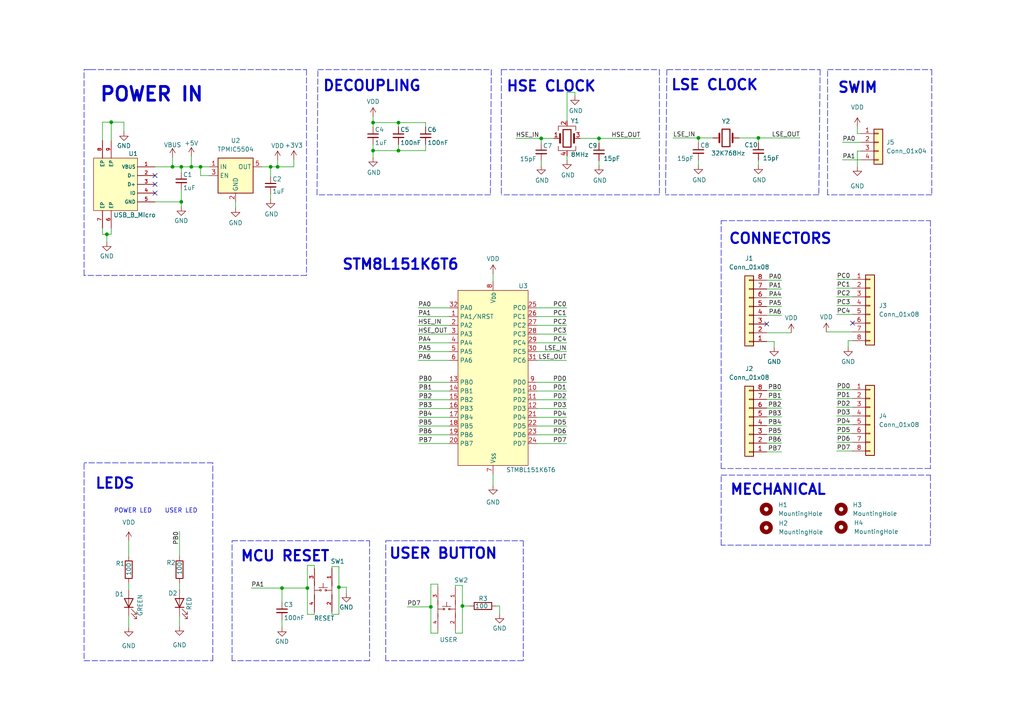
<source format=kicad_sch>
(kicad_sch (version 20211123) (generator eeschema)
  (paper "A4")
  (lib_symbols
    (symbol "Connector:MICRO_7_2JB"
      (property "Reference" "U1" (at 6.477 10.16 0))
      (property "Value" "USB_B_Micro" (at 11.684 -7.62 0))
      (symbol "MICRO_7_2JB_0_1"
        (rectangle (start -6.35 -6.35) (end 6.35 8.89) (fill (type background)))
        (pin power_out line (at 11.43 6.35 180) (length 5.08) (name "VBUS") (number "1"))
        (pin bidirectional line (at 11.43 3.81 180) (length 5.08) (name "D-") (number "2"))
        (pin bidirectional line (at 11.43 1.27 180) (length 5.08) (name "D+") (number "3"))
        (pin unspecified line (at 11.43 -1.27 180) (length 5.08) (name "ID") (number "4"))
        (pin unspecified line (at 11.43 -3.81 180) (length 5.08) (name "GND") (number "5"))
        (pin unspecified line (at -1.27 -11.43 90) (length 5.08) (name "EP") (number "6"))
        (pin unspecified line (at -3.81 -11.43 90) (length 5.08) (name "EP") (number "7"))
        (pin unspecified line (at -3.81 13.97 270) (length 5.08) (name "EP") (number "8"))
        (pin unspecified line (at -1.27 13.97 270) (length 5.08) (name "EP") (number "9"))
      )
    )
    (symbol "Connector_Generic:Conn_01x04" (pin_names (offset 1.016) hide)
      (property "Reference" "J" (at 0 5.08 0))
      (property "Value" "Conn_01x04" (at 0 -7.62 0))
      (symbol "Conn_01x04_1_1"
        (rectangle (start -1.27 -4.953) (end 0 -5.207) (stroke (width 0.1524)))
        (rectangle (start -1.27 -2.413) (end 0 -2.667) (stroke (width 0.1524)))
        (rectangle (start -1.27 0.127) (end 0 -0.127) (stroke (width 0.1524)))
        (rectangle (start -1.27 2.667) (end 0 2.413) (stroke (width 0.1524)))
        (rectangle (start -1.27 3.81) (end 1.27 -6.35) (stroke (width 0.254)) (fill (type background)))
        (pin passive line (at -5.08 2.54 0) (length 3.81) (name "Pin_1") (number "1"))
        (pin passive line (at -5.08 0 0) (length 3.81) (name "Pin_2") (number "2"))
        (pin passive line (at -5.08 -2.54 0) (length 3.81) (name "Pin_3") (number "3"))
        (pin passive line (at -5.08 -5.08 0) (length 3.81) (name "Pin_4") (number "4"))
      )
    )
    (symbol "Connector_Generic:Conn_01x08" (pin_names (offset 1.016) hide)
      (property "Reference" "J" (at 0 10.16 0))
      (property "Value" "Conn_01x08" (at 0 -12.7 0))
      (symbol "Conn_01x08_1_1"
        (rectangle (start -1.27 -10.033) (end 0 -10.287) (stroke (width 0.1524)))
        (rectangle (start -1.27 -7.493) (end 0 -7.747) (stroke (width 0.1524)))
        (rectangle (start -1.27 -4.953) (end 0 -5.207) (stroke (width 0.1524)))
        (rectangle (start -1.27 -2.413) (end 0 -2.667) (stroke (width 0.1524)))
        (rectangle (start -1.27 0.127) (end 0 -0.127) (stroke (width 0.1524)))
        (rectangle (start -1.27 2.667) (end 0 2.413) (stroke (width 0.1524)))
        (rectangle (start -1.27 5.207) (end 0 4.953) (stroke (width 0.1524)))
        (rectangle (start -1.27 7.747) (end 0 7.493) (stroke (width 0.1524)))
        (rectangle (start -1.27 8.89) (end 1.27 -11.43) (stroke (width 0.254)) (fill (type background)))
        (pin passive line (at -5.08 7.62 0) (length 3.81) (name "Pin_1") (number "1"))
        (pin passive line (at -5.08 5.08 0) (length 3.81) (name "Pin_2") (number "2"))
        (pin passive line (at -5.08 2.54 0) (length 3.81) (name "Pin_3") (number "3"))
        (pin passive line (at -5.08 0 0) (length 3.81) (name "Pin_4") (number "4"))
        (pin passive line (at -5.08 -2.54 0) (length 3.81) (name "Pin_5") (number "5"))
        (pin passive line (at -5.08 -5.08 0) (length 3.81) (name "Pin_6") (number "6"))
        (pin passive line (at -5.08 -7.62 0) (length 3.81) (name "Pin_7") (number "7"))
        (pin passive line (at -5.08 -10.16 0) (length 3.81) (name "Pin_8") (number "8"))
      )
    )
    (symbol "Device:C_Small" (pin_numbers hide) (pin_names (offset 0.254) hide)
      (property "Reference" "C" (at 0.254 1.778 0))
      (property "Value" "C_Small" (at 0.254 -2.032 0))
      (symbol "C_Small_0_1"
        (polyline (pts (xy -1.524 -0.508) (xy 1.524 -0.508)) (stroke (width 0.3302)))
        (polyline (pts (xy -1.524 0.508) (xy 1.524 0.508)) (stroke (width 0.3048)))
      )
      (symbol "C_Small_1_1"
        (pin passive line (at 0 2.54 270) (length 2.032) (name "~") (number "1"))
        (pin passive line (at 0 -2.54 90) (length 2.032) (name "~") (number "2"))
      )
    )
    (symbol "Device:Crystal" (pin_numbers hide) (pin_names (offset 1.016) hide)
      (property "Reference" "Y" (at 0 3.81 0))
      (property "Value" "Crystal" (at 0 -3.81 0))
      (symbol "Crystal_0_1"
        (rectangle (start -1.143 2.54) (end 1.143 -2.54) (stroke (width 0.3048)))
        (polyline (pts (xy -2.54 0) (xy -1.905 0)))
        (polyline (pts (xy -1.905 -1.27) (xy -1.905 1.27)) (stroke (width 0.508)))
        (polyline (pts (xy 1.905 -1.27) (xy 1.905 1.27)) (stroke (width 0.508)))
        (polyline (pts (xy 2.54 0) (xy 1.905 0)))
      )
      (symbol "Crystal_1_1"
        (pin passive line (at -3.81 0 0) (length 1.27) (name "1") (number "1"))
        (pin passive line (at 3.81 0 180) (length 1.27) (name "2") (number "2"))
      )
    )
    (symbol "Device:Crystal_GND24" (pin_names (offset 1.016) hide)
      (property "Reference" "Y" (at 3.175 5.08 0))
      (property "Value" "Crystal_GND24" (at 3.175 3.175 0))
      (symbol "Crystal_GND24_0_1"
        (rectangle (start -1.143 2.54) (end 1.143 -2.54) (stroke (width 0.3048)))
        (polyline (pts (xy -2.54 0) (xy -2.032 0)))
        (polyline (pts (xy -2.032 -1.27) (xy -2.032 1.27)) (stroke (width 0.508)))
        (polyline (pts (xy 0 -3.81) (xy 0 -3.556)))
        (polyline (pts (xy 0 3.556) (xy 0 3.81)))
        (polyline (pts (xy 2.032 -1.27) (xy 2.032 1.27)) (stroke (width 0.508)))
        (polyline (pts (xy 2.032 0) (xy 2.54 0)))
        (polyline (pts (xy -2.54 -2.286) (xy -2.54 -3.556) (xy 2.54 -3.556) (xy 2.54 -2.286)))
        (polyline (pts (xy -2.54 2.286) (xy -2.54 3.556) (xy 2.54 3.556) (xy 2.54 2.286)))
      )
      (symbol "Crystal_GND24_1_1"
        (pin passive line (at -3.81 0 0) (length 1.27) (name "1") (number "1"))
        (pin passive line (at 0 5.08 270) (length 1.27) (name "2") (number "2"))
        (pin passive line (at 3.81 0 180) (length 1.27) (name "3") (number "3"))
        (pin passive line (at 0 -5.08 90) (length 1.27) (name "4") (number "4"))
      )
    )
    (symbol "Device:LED" (pin_numbers hide) (pin_names (offset 1.016) hide)
      (property "Reference" "D" (at 0 2.54 0))
      (property "Value" "LED" (at 0 -2.54 0))
      (symbol "LED_0_1"
        (polyline (pts (xy -1.27 -1.27) (xy -1.27 1.27)) (stroke (width 0.254)))
        (polyline (pts (xy -1.27 0) (xy 1.27 0)))
        (polyline (pts (xy 1.27 -1.27) (xy 1.27 1.27) (xy -1.27 0) (xy 1.27 -1.27)) (stroke (width 0.254)))
        (polyline (pts (xy -3.048 -0.762) (xy -4.572 -2.286) (xy -3.81 -2.286) (xy -4.572 -2.286) (xy -4.572 -1.524)))
        (polyline (pts (xy -1.778 -0.762) (xy -3.302 -2.286) (xy -2.54 -2.286) (xy -3.302 -2.286) (xy -3.302 -1.524)))
      )
      (symbol "LED_1_1"
        (pin passive line (at -3.81 0 0) (length 2.54) (name "K") (number "1"))
        (pin passive line (at 3.81 0 180) (length 2.54) (name "A") (number "2"))
      )
    )
    (symbol "Device:R" (pin_numbers hide) (pin_names (offset 0))
      (property "Reference" "R" (at 2.032 0 90))
      (property "Value" "R" (at 0 0 90))
      (symbol "R_0_1"
        (rectangle (start -1.016 -2.54) (end 1.016 2.54) (stroke (width 0.254)))
      )
      (symbol "R_1_1"
        (pin passive line (at 0 3.81 270) (length 1.27) (name "~") (number "1"))
        (pin passive line (at 0 -3.81 90) (length 1.27) (name "~") (number "2"))
      )
    )
    (symbol "MCU_ST_STM8:STM8L151K6T6"
      (property "Reference" "U?" (at 2.0194 30.48 0))
      (property "Value" "STM8L151K6T6" (at 2.0194 27.94 0))
      (symbol "STM8L151K6T6_0_1"
        (rectangle (start -10.16 25.4) (end 10.16 -25.4) (fill (type background)))
      )
      (symbol "STM8L151K6T6_1_1"
        (pin bidirectional line (at -12.7 17.78 0) (length 2.54) (name "PA1/NRST") (number "1"))
        (pin bidirectional line (at 12.7 -3.81 180) (length 2.54) (name "PD1") (number "10"))
        (pin bidirectional line (at 12.7 -6.35 180) (length 2.54) (name "PD2") (number "11"))
        (pin bidirectional line (at 12.7 -8.89 180) (length 2.54) (name "PD3") (number "12"))
        (pin bidirectional line (at -12.7 -1.27 0) (length 2.54) (name "PB0") (number "13"))
        (pin bidirectional line (at -12.7 -3.81 0) (length 2.54) (name "PB1") (number "14"))
        (pin bidirectional line (at -12.7 -6.35 0) (length 2.54) (name "PB2") (number "15"))
        (pin bidirectional line (at -12.7 -8.89 0) (length 2.54) (name "PB3") (number "16"))
        (pin bidirectional line (at -12.7 -11.43 0) (length 2.54) (name "PB4") (number "17"))
        (pin bidirectional line (at -12.7 -13.97 0) (length 2.54) (name "PB5") (number "18"))
        (pin bidirectional line (at -12.7 -16.51 0) (length 2.54) (name "PB6") (number "19"))
        (pin bidirectional line (at -12.7 15.24 0) (length 2.54) (name "PA2") (number "2"))
        (pin bidirectional line (at -12.7 -19.05 0) (length 2.54) (name "PB7") (number "20"))
        (pin bidirectional line (at 12.7 -11.43 180) (length 2.54) (name "PD4") (number "21"))
        (pin bidirectional line (at 12.7 -13.97 180) (length 2.54) (name "PD5") (number "22"))
        (pin bidirectional line (at 12.7 -16.51 180) (length 2.54) (name "PD6") (number "23"))
        (pin bidirectional line (at 12.7 -19.05 180) (length 2.54) (name "PD7") (number "24"))
        (pin bidirectional line (at 12.7 20.32 180) (length 2.54) (name "PC0") (number "25"))
        (pin bidirectional line (at 12.7 17.78 180) (length 2.54) (name "PC1") (number "26"))
        (pin bidirectional line (at 12.7 15.24 180) (length 2.54) (name "PC2") (number "27"))
        (pin bidirectional line (at 12.7 12.7 180) (length 2.54) (name "PC3") (number "28"))
        (pin bidirectional line (at 12.7 10.16 180) (length 2.54) (name "PC4") (number "29"))
        (pin bidirectional line (at -12.7 12.7 0) (length 2.54) (name "PA3") (number "3"))
        (pin bidirectional line (at 12.7 7.62 180) (length 2.54) (name "PC5") (number "30"))
        (pin bidirectional line (at 12.7 5.08 180) (length 2.54) (name "PC6") (number "31"))
        (pin bidirectional line (at -12.7 20.32 0) (length 2.54) (name "PA0") (number "32"))
        (pin bidirectional line (at -12.7 10.16 0) (length 2.54) (name "PA4") (number "4"))
        (pin bidirectional line (at -12.7 7.62 0) (length 2.54) (name "PA5") (number "5"))
        (pin bidirectional line (at -12.7 5.08 0) (length 2.54) (name "PA6") (number "6"))
        (pin input line (at 0 -27.94 90) (length 2.54) (name "V_{SS}") (number "7"))
        (pin input line (at 0 27.94 270) (length 2.54) (name "V_{DD}") (number "8"))
        (pin bidirectional line (at 12.7 -1.27 180) (length 2.54) (name "PD0") (number "9"))
      )
    )
    (symbol "Mechanical:MountingHole" (pin_names (offset 1.016))
      (property "Reference" "H" (at 0 5.08 0))
      (property "Value" "MountingHole" (at 0 3.175 0))
      (symbol "MountingHole_0_1"
        (circle (center 0 0) (radius 1.27) (stroke (width 1.27)))
      )
    )
    (symbol "Regulator_Linear:TPMIC5504"
      (property "Reference" "U2" (at 0 10.16 0))
      (property "Value" "TPMIC5504" (at 0 7.62 0))
      (symbol "TPMIC5504_0_1"
        (rectangle (start -5.08 -5.08) (end 5.08 5.08) (stroke (width 0.254)) (fill (type background)))
        (pin power_in line (at -7.62 2.54 0) (length 2.54) (name "IN") (number "1"))
        (pin input line (at 0 -7.62 90) (length 2.54) (name "GND") (number "2"))
        (pin input line (at -7.62 0 0) (length 2.54) (name "EN") (number "3"))
        (pin power_out line (at 7.62 2.54 180) (length 2.54) (name "OUT") (number "5"))
      )
      (symbol "TPMIC5504_1_1"
        (pin passive line (at 0 -7.62 90) (length 2.54) hide (name "GND") (number "4"))
      )
    )
    (symbol "Switch:SKRPABE010" (pin_names hide)
      (property "Reference" "SW" (at 0 3.81 0))
      (property "Value" "SKRPABE010" (at 0 -3.81 0))
      (symbol "SKRPABE010_0_1"
        (circle (center 0 -0.762) (radius 0.254) (fill (type background)))
        (polyline (pts (xy -2.54 -2.54) (xy 2.54 -2.54)))
        (polyline (pts (xy -2.54 2.54) (xy 2.54 2.54)))
        (polyline (pts (xy -0.762 -1.27) (xy -0.762 1.27)))
        (polyline (pts (xy -0.762 0) (xy -2.032 0)))
        (polyline (pts (xy 0 -2.54) (xy 0 -0.762)))
        (polyline (pts (xy 0 1.524) (xy 0 0.762)))
        (polyline (pts (xy 0 2.54) (xy 0 1.524)))
        (circle (center 0 0.762) (radius 0.254) (fill (type background)))
        (pin unspecified line (at -6.35 2.54 0) (length 5.08) (name "1") (number "1"))
        (pin unspecified line (at 6.35 2.54 180) (length 5.08) (name "2") (number "2"))
        (pin unspecified line (at -6.35 -2.54 0) (length 5.08) (name "3") (number "3"))
        (pin unspecified line (at 6.35 -2.54 180) (length 5.08) (name "4") (number "4"))
      )
    )
    (symbol "power:+3V3" (power) (pin_names (offset 0))
      (property "Value" "+3V3" (at 0 3.556 0))
      (symbol "+3V3_0_1"
        (polyline (pts (xy -0.762 1.27) (xy 0 2.54)))
        (polyline (pts (xy 0 0) (xy 0 2.54)))
        (polyline (pts (xy 0 2.54) (xy 0.762 1.27)))
      )
      (symbol "+3V3_1_1"
        (pin power_in line (at 0 0 90) (length 0) hide (name "+3V3") (number "1"))
      )
    )
    (symbol "power:+5V" (power) (pin_names (offset 0))
      (property "Value" "+5V" (at 0 3.556 0))
      (symbol "+5V_0_1"
        (polyline (pts (xy -0.762 1.27) (xy 0 2.54)))
        (polyline (pts (xy 0 0) (xy 0 2.54)))
        (polyline (pts (xy 0 2.54) (xy 0.762 1.27)))
      )
      (symbol "+5V_1_1"
        (pin power_in line (at 0 0 90) (length 0) hide (name "+5V") (number "1"))
      )
    )
    (symbol "power:GND" (power) (pin_names (offset 0))
      (property "Value" "GND" (at 0 -3.81 0))
      (symbol "GND_0_1"
        (polyline (pts (xy 0 0) (xy 0 -1.27) (xy 1.27 -1.27) (xy 0 -2.54) (xy -1.27 -1.27) (xy 0 -1.27)))
      )
      (symbol "GND_1_1"
        (pin power_in line (at 0 0 270) (length 0) hide (name "GND") (number "1"))
      )
    )
    (symbol "power:VBUS" (power) (pin_names (offset 0))
      (property "Value" "VBUS" (at 0 3.81 0))
      (symbol "VBUS_0_1"
        (polyline (pts (xy -0.762 1.27) (xy 0 2.54)))
        (polyline (pts (xy 0 0) (xy 0 2.54)))
        (polyline (pts (xy 0 2.54) (xy 0.762 1.27)))
      )
      (symbol "VBUS_1_1"
        (pin power_in line (at 0 0 90) (length 0) hide (name "VBUS") (number "1"))
      )
    )
    (symbol "power:VDD" (power) (pin_names (offset 0))
      (property "Value" "VDD" (at 0 3.81 0))
      (symbol "VDD_0_1"
        (polyline (pts (xy -0.762 1.27) (xy 0 2.54)))
        (polyline (pts (xy 0 0) (xy 0 2.54)))
        (polyline (pts (xy 0 2.54) (xy 0.762 1.27)))
      )
      (symbol "VDD_1_1"
        (pin power_in line (at 0 0 90) (length 0) hide (name "VDD") (number "1"))
      )
    )
  )
  (junction (at 134.112 175.768))
  (junction (at 115.57 43.688))
  (junction (at 81.788 170.561))
  (junction (at 173.736 40.132))
  (junction (at 108.204 35.56))
  (junction (at 89.154 170.561))
  (junction (at 156.972 40.132))
  (junction (at 108.204 43.688))
  (junction (at 78.486 48.387))
  (junction (at 202.565 40.005))
  (junction (at 55.499 48.387))
  (junction (at 115.57 35.56))
  (junction (at 98.298 170.307))
  (junction (at 50.038 48.387))
  (junction (at 219.964 40.005))
  (junction (at 52.578 58.547))
  (junction (at 124.968 176.022))
  (junction (at 32.258 35.433))
  (junction (at 58.166 48.387))
  (junction (at 52.578 48.387))
  (junction (at 30.988 67.945))
  (junction (at 80.518 48.387))
  (no_connect (at 222.377 93.98))
  (no_connect (at 247.269 93.726))
  (no_connect (at 44.958 56.007))
  (no_connect (at 44.958 53.467))
  (no_connect (at 44.958 50.927))
  (wire (pts (xy 155.702 101.981) (xy 164.338 101.981)))
  (wire (pts (xy 127 170.307) (xy 127 169.418)))
  (polyline (pts (xy 151.765 156.845) (xy 151.765 191.643)))
  (polyline (pts (xy 237.49 56.515) (xy 193.04 56.515)))
  (wire (pts (xy 121.285 101.981) (xy 130.302 101.981)))
  (wire (pts (xy 32.258 66.167) (xy 32.258 67.945)))
  (polyline (pts (xy 111.887 191.643) (xy 111.887 156.845)))
  (polyline (pts (xy 237.871 20.193) (xy 237.49 56.515)))
  (wire (pts (xy 155.702 128.651) (xy 164.338 128.651)))
  (polyline (pts (xy 209.169 64.008) (xy 269.875 64.008)))
  (wire (pts (xy 80.518 48.387) (xy 78.486 48.387)))
  (wire (pts (xy 85.217 48.387) (xy 80.518 48.387)))
  (wire (pts (xy 222.377 96.52) (xy 229.489 96.52)))
  (wire (pts (xy 98.298 164.338) (xy 98.298 170.307)))
  (wire (pts (xy 30.988 67.945) (xy 30.988 70.231)))
  (polyline (pts (xy 111.887 156.845) (xy 151.765 156.845)))
  (wire (pts (xy 132.08 169.799) (xy 134.112 169.799)))
  (wire (pts (xy 89.154 178.181) (xy 91.186 178.181)))
  (wire (pts (xy 96.266 178.181) (xy 98.298 178.181)))
  (wire (pts (xy 242.697 115.57) (xy 247.269 115.57)))
  (wire (pts (xy 155.702 123.571) (xy 164.338 123.571)))
  (polyline (pts (xy 209.169 158.115) (xy 209.169 137.795)))
  (wire (pts (xy 32.258 40.767) (xy 32.258 35.433)))
  (wire (pts (xy 52.578 54.991) (xy 52.578 58.547)))
  (wire (pts (xy 156.972 41.529) (xy 156.972 40.132)))
  (wire (pts (xy 242.697 130.81) (xy 247.269 130.81)))
  (wire (pts (xy 89.154 163.957) (xy 89.154 170.561)))
  (wire (pts (xy 224.536 99.06) (xy 224.536 100.711)))
  (wire (pts (xy 155.702 89.281) (xy 164.338 89.281)))
  (wire (pts (xy 143.002 137.541) (xy 143.002 140.843)))
  (wire (pts (xy 219.964 40.005) (xy 232.029 40.005)))
  (wire (pts (xy 222.377 123.444) (xy 226.695 123.444)))
  (polyline (pts (xy 240.03 56.515) (xy 240.03 20.193)))
  (wire (pts (xy 108.204 43.688) (xy 115.57 43.688)))
  (wire (pts (xy 242.697 118.11) (xy 247.269 118.11)))
  (wire (pts (xy 121.412 126.111) (xy 130.302 126.111)))
  (wire (pts (xy 222.377 81.28) (xy 226.695 81.28)))
  (wire (pts (xy 58.166 48.387) (xy 60.706 48.387)))
  (wire (pts (xy 245.999 98.806) (xy 247.269 98.806)))
  (wire (pts (xy 155.702 94.361) (xy 164.338 94.361)))
  (wire (pts (xy 173.736 41.529) (xy 173.736 40.132)))
  (wire (pts (xy 156.972 40.132) (xy 160.655 40.132)))
  (wire (pts (xy 244.348 41.275) (xy 249.682 41.275)))
  (wire (pts (xy 44.958 48.387) (xy 50.038 48.387)))
  (wire (pts (xy 108.204 36.83) (xy 108.204 35.56)))
  (wire (pts (xy 155.702 121.031) (xy 164.338 121.031)))
  (wire (pts (xy 96.266 177.546) (xy 96.266 178.181)))
  (wire (pts (xy 108.204 43.688) (xy 108.204 45.72)))
  (wire (pts (xy 100.457 170.307) (xy 98.298 170.307)))
  (wire (pts (xy 121.412 121.031) (xy 130.302 121.031)))
  (wire (pts (xy 144.907 175.768) (xy 144.907 178.181)))
  (wire (pts (xy 134.112 169.799) (xy 134.112 175.768)))
  (wire (pts (xy 222.377 88.9) (xy 226.695 88.9)))
  (polyline (pts (xy 107.188 191.643) (xy 67.31 191.643)))
  (wire (pts (xy 50.038 48.387) (xy 52.578 48.387)))
  (polyline (pts (xy 142.494 20.193) (xy 142.24 56.515)))
  (wire (pts (xy 164.465 35.052) (xy 164.465 26.797)))
  (wire (pts (xy 164.465 26.797) (xy 166.751 26.797)))
  (wire (pts (xy 32.258 67.945) (xy 30.988 67.945)))
  (polyline (pts (xy 240.03 20.193) (xy 270.256 20.193)))
  (wire (pts (xy 164.465 45.212) (xy 164.465 46.482)))
  (wire (pts (xy 52.07 169.037) (xy 52.07 171.069)))
  (wire (pts (xy 68.326 58.547) (xy 68.326 60.325)))
  (wire (pts (xy 136.271 175.768) (xy 134.112 175.768)))
  (polyline (pts (xy 209.169 135.89) (xy 209.169 64.008)))
  (wire (pts (xy 124.968 176.022) (xy 124.968 183.642)))
  (wire (pts (xy 239.649 96.266) (xy 247.269 96.266)))
  (wire (pts (xy 127 183.007) (xy 127 183.642)))
  (wire (pts (xy 100.457 170.307) (xy 100.457 172.085)))
  (wire (pts (xy 155.702 96.901) (xy 164.338 96.901)))
  (wire (pts (xy 75.946 48.387) (xy 78.486 48.387)))
  (wire (pts (xy 219.964 46.482) (xy 219.964 47.879)))
  (wire (pts (xy 202.565 40.005) (xy 206.756 40.005)))
  (wire (pts (xy 245.999 100.711) (xy 245.999 98.806)))
  (wire (pts (xy 242.697 86.106) (xy 247.269 86.106)))
  (wire (pts (xy 29.718 35.433) (xy 32.258 35.433)))
  (wire (pts (xy 166.751 26.797) (xy 166.751 27.813)))
  (wire (pts (xy 242.697 88.646) (xy 247.269 88.646)))
  (polyline (pts (xy 67.31 156.845) (xy 107.188 156.845)))
  (wire (pts (xy 121.285 99.441) (xy 130.302 99.441)))
  (wire (pts (xy 155.702 110.871) (xy 164.338 110.871)))
  (wire (pts (xy 156.972 46.609) (xy 156.972 48.006)))
  (wire (pts (xy 81.788 179.705) (xy 81.788 181.991)))
  (wire (pts (xy 29.718 40.767) (xy 29.718 35.433)))
  (wire (pts (xy 52.07 154.051) (xy 52.07 161.417)))
  (wire (pts (xy 44.958 58.547) (xy 52.578 58.547)))
  (wire (pts (xy 121.412 128.651) (xy 130.302 128.651)))
  (wire (pts (xy 248.666 38.735) (xy 248.666 36.703)))
  (polyline (pts (xy 193.548 20.193) (xy 237.871 20.193)))
  (wire (pts (xy 248.666 43.815) (xy 248.666 48.387)))
  (wire (pts (xy 121.412 110.871) (xy 130.302 110.871)))
  (polyline (pts (xy 269.875 137.795) (xy 269.875 158.115)))
  (wire (pts (xy 143.002 79.375) (xy 143.002 81.661)))
  (wire (pts (xy 123.444 43.688) (xy 115.57 43.688)))
  (polyline (pts (xy 91.948 56.515) (xy 92.202 20.193)))
  (wire (pts (xy 80.518 46.355) (xy 80.518 48.387)))
  (wire (pts (xy 134.112 175.768) (xy 134.112 183.642)))
  (wire (pts (xy 143.891 175.768) (xy 144.907 175.768)))
  (wire (pts (xy 222.377 113.284) (xy 226.695 113.284)))
  (wire (pts (xy 132.08 183.642) (xy 134.112 183.642)))
  (polyline (pts (xy 142.24 56.515) (xy 91.948 56.515)))
  (wire (pts (xy 222.377 83.82) (xy 226.695 83.82)))
  (polyline (pts (xy 92.202 20.193) (xy 142.494 20.193)))
  (wire (pts (xy 222.377 118.364) (xy 226.695 118.364)))
  (wire (pts (xy 121.285 94.361) (xy 130.302 94.361)))
  (polyline (pts (xy 269.875 158.115) (xy 209.169 158.115)))
  (wire (pts (xy 242.697 113.03) (xy 247.269 113.03)))
  (wire (pts (xy 242.697 125.73) (xy 247.269 125.73)))
  (wire (pts (xy 72.898 170.561) (xy 81.788 170.561)))
  (wire (pts (xy 55.499 48.387) (xy 58.166 48.387)))
  (wire (pts (xy 155.702 91.821) (xy 164.338 91.821)))
  (wire (pts (xy 121.412 123.571) (xy 130.302 123.571)))
  (wire (pts (xy 242.697 128.27) (xy 247.269 128.27)))
  (wire (pts (xy 132.08 170.307) (xy 132.08 169.799)))
  (polyline (pts (xy 24.384 20.193) (xy 26.162 20.193)))
  (polyline (pts (xy 26.162 20.193) (xy 88.9 20.193)))
  (wire (pts (xy 149.606 40.132) (xy 156.972 40.132)))
  (wire (pts (xy 155.702 113.411) (xy 164.338 113.411)))
  (wire (pts (xy 91.186 163.957) (xy 89.154 163.957)))
  (wire (pts (xy 202.565 46.482) (xy 202.565 47.879)))
  (wire (pts (xy 123.444 41.91) (xy 123.444 43.688)))
  (polyline (pts (xy 191.262 56.515) (xy 145.415 56.515)))
  (polyline (pts (xy 24.384 134.493) (xy 24.384 191.643)))
  (wire (pts (xy 52.578 58.547) (xy 52.578 59.944)))
  (wire (pts (xy 121.285 96.901) (xy 130.302 96.901)))
  (wire (pts (xy 89.154 170.561) (xy 89.154 178.181)))
  (wire (pts (xy 202.565 41.402) (xy 202.565 40.005)))
  (wire (pts (xy 37.338 156.845) (xy 37.338 161.417)))
  (wire (pts (xy 32.258 35.433) (xy 35.941 35.433)))
  (wire (pts (xy 78.486 56.261) (xy 78.486 57.785)))
  (wire (pts (xy 222.377 120.904) (xy 226.695 120.904)))
  (wire (pts (xy 123.444 36.83) (xy 123.444 35.56)))
  (wire (pts (xy 108.204 33.782) (xy 108.204 35.56)))
  (wire (pts (xy 81.788 170.561) (xy 81.788 174.625)))
  (wire (pts (xy 249.682 38.735) (xy 248.666 38.735)))
  (wire (pts (xy 96.266 164.846) (xy 96.266 164.338)))
  (polyline (pts (xy 88.9 20.193) (xy 88.9 79.883)))
  (wire (pts (xy 91.186 164.846) (xy 91.186 163.957)))
  (wire (pts (xy 222.377 115.824) (xy 226.695 115.824)))
  (wire (pts (xy 121.412 115.951) (xy 130.302 115.951)))
  (wire (pts (xy 249.682 43.815) (xy 248.666 43.815)))
  (polyline (pts (xy 270.256 20.193) (xy 270.256 56.515)))
  (wire (pts (xy 115.57 35.56) (xy 115.57 36.83)))
  (wire (pts (xy 132.08 183.007) (xy 132.08 183.642)))
  (wire (pts (xy 242.697 91.186) (xy 247.269 91.186)))
  (wire (pts (xy 52.578 48.387) (xy 55.499 48.387)))
  (wire (pts (xy 222.377 125.984) (xy 226.695 125.984)))
  (wire (pts (xy 121.412 118.491) (xy 130.302 118.491)))
  (wire (pts (xy 50.038 45.593) (xy 50.038 48.387)))
  (wire (pts (xy 173.736 46.609) (xy 173.736 48.006)))
  (wire (pts (xy 78.486 48.387) (xy 78.486 51.181)))
  (wire (pts (xy 121.412 113.411) (xy 130.302 113.411)))
  (wire (pts (xy 123.444 35.56) (xy 115.57 35.56)))
  (wire (pts (xy 37.338 178.689) (xy 37.338 181.991)))
  (wire (pts (xy 195.199 40.005) (xy 202.565 40.005)))
  (polyline (pts (xy 145.415 20.193) (xy 145.415 56.515)))
  (wire (pts (xy 108.204 41.91) (xy 108.204 43.688)))
  (wire (pts (xy 91.186 177.546) (xy 91.186 178.181)))
  (wire (pts (xy 222.377 91.44) (xy 226.695 91.44)))
  (wire (pts (xy 55.499 45.339) (xy 55.499 48.387)))
  (polyline (pts (xy 88.9 79.883) (xy 24.384 79.883)))
  (polyline (pts (xy 61.722 134.239) (xy 24.384 134.239)))
  (wire (pts (xy 108.204 35.56) (xy 115.57 35.56)))
  (wire (pts (xy 242.697 123.19) (xy 247.269 123.19)))
  (wire (pts (xy 115.57 41.91) (xy 115.57 43.688)))
  (wire (pts (xy 81.788 170.561) (xy 89.154 170.561)))
  (polyline (pts (xy 24.384 79.883) (xy 24.384 20.193)))
  (wire (pts (xy 222.377 131.064) (xy 226.695 131.064)))
  (wire (pts (xy 219.964 40.005) (xy 219.964 41.402)))
  (wire (pts (xy 98.298 170.307) (xy 98.298 178.181)))
  (wire (pts (xy 222.377 128.524) (xy 226.695 128.524)))
  (polyline (pts (xy 107.188 156.845) (xy 107.188 191.643)))
  (wire (pts (xy 29.718 67.945) (xy 30.988 67.945)))
  (polyline (pts (xy 151.765 191.643) (xy 111.887 191.643)))
  (polyline (pts (xy 67.31 191.643) (xy 67.31 156.845)))
  (wire (pts (xy 155.702 99.441) (xy 164.338 99.441)))
  (wire (pts (xy 52.07 178.689) (xy 52.07 181.737)))
  (wire (pts (xy 173.736 40.132) (xy 168.275 40.132)))
  (wire (pts (xy 242.697 120.65) (xy 247.269 120.65)))
  (wire (pts (xy 244.348 46.355) (xy 249.682 46.355)))
  (wire (pts (xy 214.376 40.005) (xy 219.964 40.005)))
  (wire (pts (xy 52.578 49.911) (xy 52.578 48.387)))
  (wire (pts (xy 155.702 115.951) (xy 164.338 115.951)))
  (wire (pts (xy 222.377 99.06) (xy 224.536 99.06)))
  (wire (pts (xy 222.377 86.36) (xy 226.695 86.36)))
  (wire (pts (xy 58.166 50.927) (xy 58.166 48.387)))
  (polyline (pts (xy 191.262 20.193) (xy 191.262 56.515)))
  (wire (pts (xy 124.968 169.418) (xy 124.968 176.022)))
  (polyline (pts (xy 193.421 20.193) (xy 193.04 56.515)))
  (wire (pts (xy 85.217 46.228) (xy 85.217 48.387)))
  (wire (pts (xy 173.736 40.132) (xy 185.801 40.132)))
  (polyline (pts (xy 61.722 191.643) (xy 61.722 134.239)))
  (wire (pts (xy 155.702 118.491) (xy 164.338 118.491)))
  (polyline (pts (xy 145.415 20.193) (xy 191.262 20.193)))
  (wire (pts (xy 155.702 104.521) (xy 164.338 104.521)))
  (polyline (pts (xy 269.875 135.89) (xy 209.169 135.89)))
  (wire (pts (xy 29.718 66.167) (xy 29.718 67.945)))
  (wire (pts (xy 155.702 126.111) (xy 164.338 126.111)))
  (wire (pts (xy 60.706 50.927) (xy 58.166 50.927)))
  (wire (pts (xy 35.941 35.433) (xy 35.941 38.227)))
  (polyline (pts (xy 209.169 137.795) (xy 269.875 137.795)))
  (wire (pts (xy 121.285 91.821) (xy 130.302 91.821)))
  (wire (pts (xy 121.285 89.281) (xy 130.302 89.281)))
  (polyline (pts (xy 24.384 191.643) (xy 61.722 191.643)))
  (wire (pts (xy 118.11 176.022) (xy 124.968 176.022)))
  (wire (pts (xy 127 169.418) (xy 124.968 169.418)))
  (wire (pts (xy 37.338 169.037) (xy 37.338 171.069)))
  (polyline (pts (xy 269.875 64.008) (xy 269.875 135.89)))
  (wire (pts (xy 242.697 83.566) (xy 247.269 83.566)))
  (wire (pts (xy 96.266 164.338) (xy 98.298 164.338)))
  (polyline (pts (xy 270.256 56.515) (xy 240.03 56.515)))
  (wire (pts (xy 121.285 104.521) (xy 130.302 104.521)))
  (wire (pts (xy 124.968 183.642) (xy 127 183.642)))
  (wire (pts (xy 242.697 81.026) (xy 247.269 81.026)))
  (text "POWER LED" (at 33.02 148.971 0) (effects (font (size 1.27 1.27)) (justify left bottom)))
  (text "LSE CLOCK" (at 194.437 26.543 0) (effects (font (size 3 3) bold) (justify left bottom)))
  (text "STM8L151K6T6" (at 99.06 78.613 0) (effects (font (size 3 3) bold) (justify left bottom)))
  (text "SWIM" (at 242.824 27.305 0) (effects (font (size 3 3) bold) (justify left bottom)))
  (text "HSE CLOCK\n" (at 146.685 26.924 0) (effects (font (size 3 3) bold) (justify left bottom)))
  (text "CONNECTORS" (at 211.201 71.12 0) (effects (font (size 3 3) bold) (justify left bottom)))
  (text "MCU RESET" (at 69.596 163.195 0) (effects (font (size 3 3) bold) (justify left bottom)))
  (text "USER BUTTON" (at 112.649 162.433 0) (effects (font (size 3 3) bold) (justify left bottom)))
  (text "POWER IN" (at 28.702 29.845 0) (effects (font (size 4 4) (thickness 0.8) bold) (justify left bottom)))
  (text "USER LED" (at 47.752 148.971 0) (effects (font (size 1.27 1.27)) (justify left bottom)))
  (text "LEDS\n\n" (at 27.432 146.939 0) (effects (font (size 3 3) (thickness 0.6) bold) (justify left bottom)))
  (text "DECOUPLING\n" (at 93.472 26.797 0) (effects (font (size 3 3) bold) (justify left bottom)))
  (text "MECHANICAL" (at 211.582 143.891 0) (effects (font (size 3 3) bold) (justify left bottom)))
  (label "PD4" (at 164.338 121.031 180))
  (label "PD7" (at 118.11 176.022 0))
  (label "PA6" (at 121.285 104.521 0))
  (label "PB0" (at 226.695 113.284 180))
  (label "PD0" (at 242.697 113.03 0))
  (label "PC4" (at 164.338 99.441 180))
  (label "PC1" (at 242.697 83.566 0))
  (label "PA6" (at 226.695 91.44 180))
  (label "PA5" (at 121.285 101.981 0))
  (label "PD3" (at 164.338 118.491 180))
  (label "HSE_OUT" (at 121.285 96.901 0))
  (label "PD2" (at 164.338 115.951 180))
  (label "PC0" (at 164.338 89.281 180))
  (label "PD1" (at 242.697 115.57 0))
  (label "HSE_OUT" (at 185.801 40.132 180))
  (label "LSE_IN" (at 195.199 40.005 0))
  (label "PD4" (at 242.697 123.19 0))
  (label "PD6" (at 242.697 128.27 0))
  (label "PD3" (at 242.697 120.65 0))
  (label "PB7" (at 121.412 128.651 0))
  (label "PA1" (at 72.898 170.561 0))
  (label "PA0" (at 121.285 89.281 0))
  (label "PA0" (at 226.695 81.28 180))
  (label "PB4" (at 121.412 121.031 0))
  (label "PB1" (at 226.695 115.824 180))
  (label "PD7" (at 164.338 128.651 180))
  (label "PB0" (at 121.412 110.871 0))
  (label "PD5" (at 164.338 123.571 180))
  (label "PA1" (at 121.285 91.821 0))
  (label "LSE_OUT" (at 232.029 40.005 180))
  (label "PB2" (at 121.412 115.951 0))
  (label "PA4" (at 226.695 86.36 180))
  (label "PB3" (at 226.695 120.904 180))
  (label "PD6" (at 164.338 126.111 180))
  (label "LSE_OUT" (at 164.338 104.521 180))
  (label "PB6" (at 121.412 126.111 0))
  (label "PC4" (at 242.697 91.186 0))
  (label "PB1" (at 121.412 113.411 0))
  (label "PC0" (at 242.697 81.026 0))
  (label "PB0" (at 52.07 154.051 270))
  (label "PA1" (at 244.348 46.355 0))
  (label "PB4" (at 226.695 123.444 180))
  (label "PA5" (at 226.695 88.9 180))
  (label "PB6" (at 226.695 128.524 180))
  (label "PA0" (at 244.348 41.275 0))
  (label "PD2" (at 242.697 118.11 0))
  (label "HSE_IN" (at 149.606 40.132 0))
  (label "PC2" (at 242.697 86.106 0))
  (label "PC1" (at 164.338 91.821 180))
  (label "PD1" (at 164.338 113.411 180))
  (label "PD5" (at 242.697 125.73 0))
  (label "PB3" (at 121.412 118.491 0))
  (label "PC2" (at 164.338 94.361 180))
  (label "LSE_IN" (at 164.338 101.981 180))
  (label "PC3" (at 242.697 88.646 0))
  (label "PA1" (at 226.695 83.82 180))
  (label "PA4" (at 121.285 99.441 0))
  (label "PD7" (at 242.697 130.81 0))
  (label "PB2" (at 226.695 118.364 180))
  (label "PD0" (at 164.338 110.871 180))
  (label "PB5" (at 121.412 123.571 0))
  (label "HSE_IN" (at 121.285 94.361 0))
  (label "PC3" (at 164.338 96.901 180))
  (label "PB5" (at 226.695 125.984 180))
  (label "PB7" (at 226.695 131.064 180))
  (symbol (lib_id "Device:C_Small") (at 115.57 39.37 0) (unit 1)
    (property "Reference" "C5" (at 116.078 37.592 0) (effects (justify left)))
    (property "Value" "100nF" (at 116.078 41.402 0) (effects (justify left)))
    (property "Footprint" "Capacitor_SMD:C_0402_1005Metric" (effects hide))
    (property "LCSC" "C106252" (effects hide))
  )
  (symbol (lib_id "power:GND") (at 37.338 181.991 0) (unit 1)
    (property "Reference" "#PWR04" (effects hide))
    (property "Value" "GND" (at 37.338 187.325 0))
  )
  (symbol (lib_id "Device:C_Small") (at 219.964 43.942 0) (unit 1)
    (property "Reference" "C10" (at 215.9 42.037 0) (effects (justify left)))
    (property "Value" "15pF" (at 221.234 45.847 0) (effects (justify left)))
    (property "Footprint" "Capacitor_SMD:C_0402_1005Metric" (effects hide))
    (property "LCSC" "C295959" (effects hide))
  )
  (symbol (lib_id "Device:C_Small") (at 81.788 177.165 0) (unit 1)
    (property "Reference" "C3" (at 82.296 175.387 0) (effects (justify left)))
    (property "Value" "100nF" (at 82.296 179.197 0) (effects (justify left)))
    (property "Footprint" "Capacitor_SMD:C_0402_1005Metric" (effects hide))
    (property "LCSC" "C106252" (effects hide))
  )
  (symbol (lib_id "power:+5V") (at 55.499 45.339 0) (unit 1)
    (property "Reference" "#PWR028" (effects hide))
    (property "Value" "+5V" (at 55.499 41.529 0))
  )
  (symbol (lib_id "power:VDD") (at 229.489 96.52 0) (unit 1)
    (property "Reference" "#PWR030" (effects hide))
    (property "Value" "VDD" (at 229.489 92.202 0))
  )
  (symbol (lib_id "Device:C_Small") (at 123.444 39.37 0) (unit 1)
    (property "Reference" "C6" (at 123.952 37.592 0) (effects (justify left)))
    (property "Value" "100nF" (at 123.952 41.402 0) (effects (justify left)))
    (property "Footprint" "Capacitor_SMD:C_0402_1005Metric" (effects hide))
    (property "LCSC" "C106252" (effects hide))
  )
  (symbol (lib_id "power:VDD") (at 239.649 96.266 0) (unit 1)
    (property "Reference" "#PWR031" (effects hide))
    (property "Value" "VDD" (at 239.649 91.948 0))
  )
  (symbol (lib_id "MCU_ST_STM8:STM8L151K6T6") (at 143.002 109.601 0) (unit 1)
    (property "Reference" "U3" (at 150.368 82.931 0) (effects (justify left)))
    (property "Value" "STM8L151K6T6" (at 146.812 136.271 0) (effects (justify left)))
    (property "Footprint" "Package_QFP:LQFP-32_7x7mm_P0.8mm" (effects hide))
    (property "Datasheet" "https://www.mouser.com/datasheet/2/389/stm8l151c4-1851438.pdf" (effects hide))
    (property "LCSC" "C8259" (effects hide))
  )
  (symbol (lib_id "Connector_Generic:Conn_01x08") (at 217.297 123.444 180) (unit 1)
    (property "Reference" "J2" (at 217.297 106.934 0))
    (property "Value" "Conn_01x08" (at 217.297 109.474 0))
    (property "Footprint" "Connector_PinHeader_2.54mm:PinHeader_1x08_P2.54mm_Vertical" (effects hide))
  )
  (symbol (lib_id "power:GND") (at 30.988 70.231 0) (unit 1)
    (property "Reference" "#PWR01" (effects hide))
    (property "Value" "GND" (at 30.988 74.295 0))
  )
  (symbol (lib_id "power:GND") (at 202.565 47.879 0) (unit 1)
    (property "Reference" "#PWR023" (effects hide))
    (property "Value" "GND" (at 202.819 52.197 0))
  )
  (symbol (lib_id "Device:LED") (at 52.07 174.879 90) (unit 1)
    (property "Reference" "D2" (at 48.768 172.085 90) (effects (justify right)))
    (property "Value" "RED" (at 54.864 173.101 0) (effects (justify right)))
    (property "Footprint" "LED_SMD:LED_0805_2012Metric" (effects hide))
    (property "LCSC" "C113551" (effects hide))
  )
  (symbol (lib_id "power:GND") (at 35.941 38.227 0) (unit 1)
    (property "Reference" "#PWR02" (effects hide))
    (property "Value" "GND" (at 35.941 42.291 0))
  )
  (symbol (lib_id "power:GND") (at 224.536 100.711 0) (unit 1)
    (property "Reference" "#PWR017" (effects hide))
    (property "Value" "GND" (at 224.536 104.902 0))
  )
  (symbol (lib_id "Device:C_Small") (at 202.565 43.942 0) (unit 1)
    (property "Reference" "C8" (at 203.073 42.164 0) (effects (justify left)))
    (property "Value" "15pF" (at 196.342 45.974 0) (effects (justify left)))
    (property "Footprint" "Capacitor_SMD:C_0402_1005Metric" (effects hide))
    (property "LCSC" "C295959" (effects hide))
  )
  (symbol (lib_id "power:GND") (at 245.999 100.711 0) (unit 1)
    (property "Reference" "#PWR018" (effects hide))
    (property "Value" "GND" (at 245.999 104.902 0))
  )
  (symbol (lib_id "Connector_Generic:Conn_01x08") (at 252.349 88.646 0) (unit 1)
    (property "Reference" "J3" (at 254.889 88.6459 0) (effects (justify left)))
    (property "Value" "Conn_01x08" (at 254.889 91.1859 0) (effects (justify left)))
    (property "Footprint" "Connector_PinHeader_2.54mm:PinHeader_1x08_P2.54mm_Vertical" (effects hide))
  )
  (symbol (lib_id "Mechanical:MountingHole") (at 222.25 153.035 0) (unit 1)
    (property "Reference" "H2" (at 225.806 151.7649 0) (effects (justify left)))
    (property "Value" "MountingHole" (at 225.806 154.3049 0) (effects (justify left)))
    (property "Footprint" "MountingHole:MountingHole_3.2mm_M3" (effects hide))
  )
  (symbol (lib_id "Device:R") (at 140.081 175.768 90) (unit 1)
    (property "Reference" "R3" (at 141.478 173.609 90) (effects (justify left)))
    (property "Value" "100" (at 141.605 175.768 90) (effects (justify left)))
    (property "Footprint" "Resistor_SMD:R_0603_1608Metric" (effects hide))
    (property "LCSC" "C5139650" (effects hide))
  )
  (symbol (lib_id "power:GND") (at 173.736 48.006 0) (unit 1)
    (property "Reference" "#PWR024" (effects hide))
    (property "Value" "GND" (at 173.99 52.324 0))
  )
  (symbol (lib_id "power:GND") (at 100.457 172.085 0) (unit 1)
    (property "Reference" "#PWR012" (effects hide))
    (property "Value" "GND" (at 100.457 176.149 0))
  )
  (symbol (lib_id "power:VDD") (at 143.002 79.375 0) (unit 1)
    (property "Reference" "#PWR015" (effects hide))
    (property "Value" "VDD" (at 143.002 75.057 0))
  )
  (symbol (lib_id "Regulator_Linear:TPMIC5504") (at 68.326 50.927 0) (unit 1)
    (property "Reference" "U2" (at 68.326 40.767 0))
    (property "Value" "TPMIC5504" (at 68.326 43.307 0))
    (property "Footprint" "Package_TO_SOT_SMD:SOT-23-5" (effects hide))
    (property "Datasheet" "http://www.ti.com/lit/gpn/tps782" (effects hide))
    (property "LCSC" "C3021093" (effects hide))
  )
  (symbol (lib_id "power:GND") (at 156.972 48.006 0) (unit 1)
    (property "Reference" "#PWR022" (effects hide))
    (property "Value" "GND" (at 157.226 52.324 0))
  )
  (symbol (lib_id "power:VDD") (at 80.518 46.355 0) (unit 1)
    (property "Reference" "#PWR010" (effects hide))
    (property "Value" "VDD" (at 80.518 42.291 0))
  )
  (symbol (lib_id "Device:Crystal") (at 210.566 40.005 0) (unit 1)
    (property "Reference" "Y2" (at 210.566 35.179 0))
    (property "Value" "32K768Hz" (at 211.201 44.45 0))
    (property "Footprint" "Crystal:Crystal_SMD_2012-2Pin_2.0x1.2mm" (effects hide))
    (property "LCSC" "C90943" (effects hide))
  )
  (symbol (lib_id "power:+3V3") (at 85.217 46.228 0) (unit 1)
    (property "Reference" "#PWR029" (effects hide))
    (property "Value" "+3V3" (at 85.217 42.164 0))
  )
  (symbol (lib_id "Connector_Generic:Conn_01x08") (at 252.349 120.65 0) (unit 1)
    (property "Reference" "J4" (at 254.889 120.6499 0) (effects (justify left)))
    (property "Value" "Conn_01x08" (at 254.889 123.1899 0) (effects (justify left)))
    (property "Footprint" "Connector_PinHeader_2.54mm:PinHeader_1x08_P2.54mm_Vertical" (effects hide))
  )
  (symbol (lib_id "power:VDD") (at 248.666 36.703 0) (unit 1)
    (property "Reference" "#PWR019" (effects hide))
    (property "Value" "VDD" (at 248.666 31.115 0))
  )
  (symbol (lib_id "power:GND") (at 248.666 48.387 0) (unit 1)
    (property "Reference" "#PWR020" (effects hide))
    (property "Value" "GND" (at 248.666 53.975 0))
  )
  (symbol (lib_id "Device:C_Small") (at 156.972 44.069 0) (unit 1)
    (property "Reference" "C7" (at 157.48 42.291 0) (effects (justify left)))
    (property "Value" "15pF" (at 150.749 46.101 0) (effects (justify left)))
    (property "Footprint" "Capacitor_SMD:C_0402_1005Metric" (effects hide))
    (property "LCSC" "C295959" (effects hide))
  )
  (symbol (lib_id "power:GND") (at 143.002 140.843 0) (unit 1)
    (property "Reference" "#PWR016" (effects hide))
    (property "Value" "GND" (at 143.002 145.669 0))
  )
  (symbol (lib_id "power:GND") (at 144.907 178.181 0) (unit 1)
    (property "Reference" "#PWR021" (effects hide))
    (property "Value" "GND" (at 144.907 182.245 0))
  )
  (symbol (lib_id "Device:LED") (at 37.338 174.879 90) (unit 1)
    (property "Reference" "D1" (at 33.274 172.339 90) (effects (justify right)))
    (property "Value" "GREEN" (at 40.64 172.339 0) (effects (justify right)))
    (property "Footprint" "LED_SMD:LED_0805_2012Metric" (effects hide))
    (property "LCSC" "C84257" (effects hide))
  )
  (symbol (lib_id "power:VBUS") (at 50.038 45.593 0) (unit 1)
    (property "Reference" "#PWR06" (effects hide))
    (property "Value" "VBUS" (at 50.038 42.037 0))
  )
  (symbol (lib_id "power:GND") (at 164.465 46.482 0) (unit 1)
    (property "Reference" "#PWR026" (effects hide))
    (property "Value" "GND" (at 164.719 50.8 0))
  )
  (symbol (lib_id "power:VDD") (at 37.338 156.845 0) (unit 1)
    (property "Reference" "#PWR03" (effects hide))
    (property "Value" "VDD" (at 37.338 151.511 0))
  )
  (symbol (lib_id "power:VDD") (at 108.204 33.782 0) (unit 1)
    (property "Reference" "#PWR013" (effects hide))
    (property "Value" "VDD" (at 108.204 29.464 0))
  )
  (symbol (lib_id "Device:R") (at 37.338 165.227 0) (unit 1)
    (property "Reference" "R1" (at 33.528 163.449 0) (effects (justify left)))
    (property "Value" "100" (at 37.338 167.005 90) (effects (justify left)))
    (property "Footprint" "Resistor_SMD:R_0603_1608Metric" (effects hide))
    (property "LCSC" "C5139650" (effects hide))
  )
  (symbol (lib_id "power:GND") (at 108.204 45.72 0) (unit 1)
    (property "Reference" "#PWR014" (effects hide))
    (property "Value" "GND" (at 108.458 50.038 0))
  )
  (symbol (lib_id "power:GND") (at 52.07 181.737 0) (unit 1)
    (property "Reference" "#PWR07" (effects hide))
    (property "Value" "GND" (at 52.07 187.071 0))
  )
  (symbol (lib_id "Mechanical:MountingHole") (at 222.25 147.701 0) (unit 1)
    (property "Reference" "H1" (at 225.679 146.4309 0) (effects (justify left)))
    (property "Value" "MountingHole" (at 225.679 148.9709 0) (effects (justify left)))
    (property "Footprint" "MountingHole:MountingHole_3.2mm_M3" (effects hide))
  )
  (symbol (lib_id "Connector:MICRO_7_2JB") (at 33.528 54.737 0) (unit 1)
    (property "Reference" "U1" (at 40.005 44.577 0) (effects (justify right)))
    (property "Value" "USB_B_Micro" (at 45.212 62.357 0) (effects (justify right)))
    (property "Footprint" "Connector_USB:MICRO-USB-SMD_MICRO-7.2JB" (effects hide))
    (property "Datasheet" "https://item.szlcsc.com/2777179.html" (effects hide))
    (property "LCSC" "C2681559" (effects hide))
  )
  (symbol (lib_id "Switch:SKRPABE010") (at 129.54 176.657 270) (unit 1)
    (property "Reference" "SW2" (at 131.699 168.275 90) (effects (justify left)))
    (property "Value" "USER" (at 127.508 185.547 90) (effects (justify left)))
    (property "Footprint" "Button_Switch_SMD:SW-SMD_4P-L4.2-W3.2-P2.20-LS4.6" (effects hide))
    (property "Datasheet" "https://item.szlcsc.com/157210.html" (effects hide))
    (property "LCSC" "C115360" (effects hide))
  )
  (symbol (lib_id "Device:C_Small") (at 173.736 44.069 0) (unit 1)
    (property "Reference" "C9" (at 170.561 42.291 0) (effects (justify left)))
    (property "Value" "15pF" (at 175.006 45.974 0) (effects (justify left)))
    (property "Footprint" "Capacitor_SMD:C_0402_1005Metric" (effects hide))
    (property "LCSC" "C295959" (effects hide))
  )
  (symbol (lib_id "Mechanical:MountingHole") (at 243.967 152.908 0) (unit 1)
    (property "Reference" "H4" (at 247.65 151.6379 0) (effects (justify left)))
    (property "Value" "MountingHole" (at 247.65 154.1779 0) (effects (justify left)))
    (property "Footprint" "MountingHole:MountingHole_3.2mm_M3" (effects hide))
  )
  (symbol (lib_id "power:GND") (at 166.751 27.813 0) (unit 1)
    (property "Reference" "#PWR027" (effects hide))
    (property "Value" "GND" (at 167.005 32.131 0))
  )
  (symbol (lib_id "Device:C_Small") (at 78.486 53.721 0) (unit 1)
    (property "Reference" "C2" (at 78.994 51.943 0) (effects (justify left)))
    (property "Value" "1uF" (at 78.994 55.499 0) (effects (justify left)))
    (property "Footprint" "Capacitor_SMD:C_0603_1608Metric" (effects hide))
    (property "LCSC" "C108463" (effects hide))
  )
  (symbol (lib_id "power:GND") (at 219.964 47.879 0) (unit 1)
    (property "Reference" "#PWR025" (effects hide))
    (property "Value" "GND" (at 220.218 52.197 0))
  )
  (symbol (lib_id "Device:Crystal_GND24") (at 164.465 40.132 0) (unit 1)
    (property "Reference" "Y1" (at 166.751 35.052 0))
    (property "Value" "8MHz" (at 168.148 44.831 0))
    (property "Footprint" "Crystal:Crystal_SMD_3225-4Pin_3.2x2.5mm" (effects hide))
    (property "LCSC" "C524715" (effects hide))
  )
  (symbol (lib_id "power:GND") (at 52.578 59.944 0) (unit 1)
    (property "Reference" "#PWR05" (effects hide))
    (property "Value" "GND" (at 52.578 64.008 0))
  )
  (symbol (lib_id "Device:R") (at 52.07 165.227 0) (unit 1)
    (property "Reference" "R2" (at 48.26 163.195 0) (effects (justify left)))
    (property "Value" "100" (at 52.07 166.751 90) (effects (justify left)))
    (property "Footprint" "Resistor_SMD:R_0603_1608Metric" (effects hide))
    (property "LCSC" "C5139650" (effects hide))
  )
  (symbol (lib_id "Device:C_Small") (at 108.204 39.37 0) (unit 1)
    (property "Reference" "C4" (at 108.712 37.592 0) (effects (justify left)))
    (property "Value" "1uF" (at 108.712 41.402 0) (effects (justify left)))
    (property "Footprint" "Capacitor_SMD:C_0603_1608Metric" (effects hide))
    (property "LCSC" "C108463" (effects hide))
  )
  (symbol (lib_id "Mechanical:MountingHole") (at 243.967 147.701 0) (unit 1)
    (property "Reference" "H3" (at 247.269 146.4309 0) (effects (justify left)))
    (property "Value" "MountingHole" (at 247.269 148.9709 0) (effects (justify left)))
    (property "Footprint" "MountingHole:MountingHole_3.2mm_M3" (effects hide))
  )
  (symbol (lib_id "Connector_Generic:Conn_01x04") (at 254.762 41.275 0) (unit 1)
    (property "Reference" "J5" (at 257.048 41.2749 0) (effects (justify left)))
    (property "Value" "Conn_01x04" (at 257.048 43.8149 0) (effects (justify left)))
    (property "Footprint" "Connector_PinHeader_2.54mm:PinHeader_1x04_P2.54mm_Vertical" (effects hide))
  )
  (symbol (lib_id "Switch:SKRPABE010") (at 93.726 171.196 270) (unit 1)
    (property "Reference" "SW1" (at 95.885 162.814 90) (effects (justify left)))
    (property "Value" "RESET" (at 91.059 179.324 90) (effects (justify left)))
    (property "Footprint" "Button_Switch_SMD:SW-SMD_4P-L4.2-W3.2-P2.20-LS4.6" (effects hide))
    (property "Datasheet" "https://item.szlcsc.com/157210.html" (effects hide))
    (property "LCSC" "C115360" (effects hide))
  )
  (symbol (lib_id "power:GND") (at 78.486 57.785 0) (unit 1)
    (property "Reference" "#PWR09" (effects hide))
    (property "Value" "GND" (at 78.74 62.103 0))
  )
  (symbol (lib_id "Connector_Generic:Conn_01x08") (at 217.297 91.44 180) (unit 1)
    (property "Reference" "J1" (at 217.297 74.93 0))
    (property "Value" "Conn_01x08" (at 217.297 77.47 0))
    (property "Footprint" "Connector_PinHeader_2.54mm:PinHeader_1x08_P2.54mm_Vertical" (effects hide))
  )
  (symbol (lib_id "power:GND") (at 81.788 181.991 0) (unit 1)
    (property "Reference" "#PWR011" (effects hide))
    (property "Value" "GND" (at 81.788 186.055 0))
  )
  (symbol (lib_id "Device:C_Small") (at 52.578 52.451 0) (unit 1)
    (property "Reference" "C1" (at 53.086 50.673 0) (effects (justify left)))
    (property "Value" "1uF" (at 53.086 54.483 0) (effects (justify left)))
    (property "Footprint" "Capacitor_SMD:C_0603_1608Metric" (effects hide))
    (property "LCSC" "C108463" (effects hide))
  )
  (symbol (lib_id "power:GND") (at 68.326 60.325 0) (unit 1)
    (property "Reference" "#PWR08" (effects hide))
    (property "Value" "GND" (at 68.326 64.643 0))
  )
)
</source>
